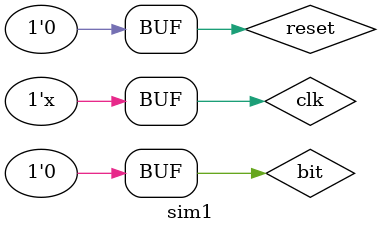
<source format=v>
`timescale 1ns / 1ps


module sim1;
    reg bit, clk, reset;
    wire found;
    
    always #5 clk = ~clk;
    
    Mealy vm(clk, reset, bit, found);
    
    initial begin
        clk = 1; bit = 0; reset = 0;
        
        #10 reset = 1;
        #10 reset = 0;
        
        #10 bit = 0;
        #10 bit = 0;
        #10 bit = 1;
        #10 bit = 1;
        #10 bit = 0;
        #10 bit = 1;
        #10 bit = 0;
        #10 bit = 1;
        #10 bit = 0;
        #10 bit = 0;
        #10 bit = 1;
        #10 bit = 0;
        #10 bit = 1;
        #10 bit = 1;
        #10 bit = 1;
        #10 bit = 0;
        #10 bit = 0;
    end
endmodule

</source>
